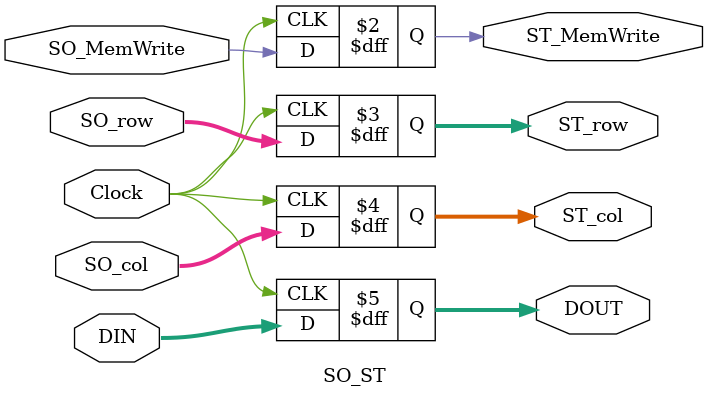
<source format=sv>
module SO_ST(DOUT,ST_row,ST_col,ST_MemWrite,SO_row,SO_col,DIN,SO_MemWrite,Clock);
  input SO_MemWrite,Clock;
  input [5:0] SO_row,SO_col;
  input [7:0] DIN;
  
  output reg ST_MemWrite;
  output reg [5:0] ST_row,ST_col;
  output reg [7:0] DOUT;
  
  always @(posedge Clock)
    begin 
      
      ST_MemWrite <= SO_MemWrite;
      ST_row <= SO_row;
      ST_col <= SO_col;
      DOUT <= DIN;
          
    end 
endmodule

</source>
